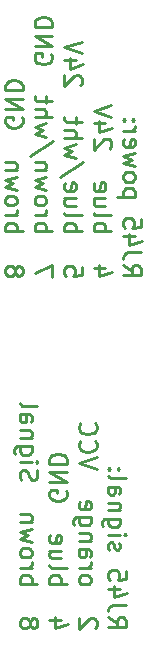
<source format=gbr>
G04 #@! TF.GenerationSoftware,KiCad,Pcbnew,(5.1.2)-2*
G04 #@! TF.CreationDate,2020-11-08T21:10:06-06:00*
G04 #@! TF.ProjectId,TempMonitor10PCB,54656d70-4d6f-46e6-9974-6f7231305043,rev?*
G04 #@! TF.SameCoordinates,Original*
G04 #@! TF.FileFunction,Legend,Bot*
G04 #@! TF.FilePolarity,Positive*
%FSLAX46Y46*%
G04 Gerber Fmt 4.6, Leading zero omitted, Abs format (unit mm)*
G04 Created by KiCad (PCBNEW (5.1.2)-2) date 2020-11-08 21:10:06*
%MOMM*%
%LPD*%
G04 APERTURE LIST*
%ADD10C,0.250000*%
G04 APERTURE END LIST*
D10*
X77702028Y-93568414D02*
X78416314Y-94068414D01*
X77702028Y-94425557D02*
X79202028Y-94425557D01*
X79202028Y-93854128D01*
X79130600Y-93711271D01*
X79059171Y-93639842D01*
X78916314Y-93568414D01*
X78702028Y-93568414D01*
X78559171Y-93639842D01*
X78487742Y-93711271D01*
X78416314Y-93854128D01*
X78416314Y-94425557D01*
X79202028Y-92496985D02*
X78130600Y-92496985D01*
X77916314Y-92568414D01*
X77773457Y-92711271D01*
X77702028Y-92925557D01*
X77702028Y-93068414D01*
X78702028Y-91139842D02*
X77702028Y-91139842D01*
X79273457Y-91496985D02*
X78202028Y-91854128D01*
X78202028Y-90925557D01*
X79202028Y-89639842D02*
X79202028Y-90354128D01*
X78487742Y-90425557D01*
X78559171Y-90354128D01*
X78630600Y-90211271D01*
X78630600Y-89854128D01*
X78559171Y-89711271D01*
X78487742Y-89639842D01*
X78344885Y-89568414D01*
X77987742Y-89568414D01*
X77844885Y-89639842D01*
X77773457Y-89711271D01*
X77702028Y-89854128D01*
X77702028Y-90211271D01*
X77773457Y-90354128D01*
X77844885Y-90425557D01*
X78702028Y-87782700D02*
X77202028Y-87782700D01*
X78630600Y-87782700D02*
X78702028Y-87639842D01*
X78702028Y-87354128D01*
X78630600Y-87211271D01*
X78559171Y-87139842D01*
X78416314Y-87068414D01*
X77987742Y-87068414D01*
X77844885Y-87139842D01*
X77773457Y-87211271D01*
X77702028Y-87354128D01*
X77702028Y-87639842D01*
X77773457Y-87782700D01*
X77702028Y-86211271D02*
X77773457Y-86354128D01*
X77844885Y-86425557D01*
X77987742Y-86496985D01*
X78416314Y-86496985D01*
X78559171Y-86425557D01*
X78630600Y-86354128D01*
X78702028Y-86211271D01*
X78702028Y-85996985D01*
X78630600Y-85854128D01*
X78559171Y-85782700D01*
X78416314Y-85711271D01*
X77987742Y-85711271D01*
X77844885Y-85782700D01*
X77773457Y-85854128D01*
X77702028Y-85996985D01*
X77702028Y-86211271D01*
X78702028Y-85211271D02*
X77702028Y-84925557D01*
X78416314Y-84639842D01*
X77702028Y-84354128D01*
X78702028Y-84068414D01*
X77773457Y-82925557D02*
X77702028Y-83068414D01*
X77702028Y-83354128D01*
X77773457Y-83496985D01*
X77916314Y-83568414D01*
X78487742Y-83568414D01*
X78630600Y-83496985D01*
X78702028Y-83354128D01*
X78702028Y-83068414D01*
X78630600Y-82925557D01*
X78487742Y-82854128D01*
X78344885Y-82854128D01*
X78202028Y-83568414D01*
X77702028Y-82211271D02*
X78702028Y-82211271D01*
X78416314Y-82211271D02*
X78559171Y-82139842D01*
X78630600Y-82068414D01*
X78702028Y-81925557D01*
X78702028Y-81782700D01*
X77844885Y-81282700D02*
X77773457Y-81211271D01*
X77702028Y-81282700D01*
X77773457Y-81354128D01*
X77844885Y-81282700D01*
X77702028Y-81282700D01*
X78630600Y-81282700D02*
X78559171Y-81211271D01*
X78487742Y-81282700D01*
X78559171Y-81354128D01*
X78630600Y-81282700D01*
X78487742Y-81282700D01*
X76202028Y-93782700D02*
X75202028Y-93782700D01*
X76773457Y-94139842D02*
X75702028Y-94496985D01*
X75702028Y-93568414D01*
X75202028Y-90711271D02*
X76702028Y-90711271D01*
X76130600Y-90711271D02*
X76202028Y-90568414D01*
X76202028Y-90282700D01*
X76130600Y-90139842D01*
X76059171Y-90068414D01*
X75916314Y-89996985D01*
X75487742Y-89996985D01*
X75344885Y-90068414D01*
X75273457Y-90139842D01*
X75202028Y-90282700D01*
X75202028Y-90568414D01*
X75273457Y-90711271D01*
X75202028Y-89139842D02*
X75273457Y-89282700D01*
X75416314Y-89354128D01*
X76702028Y-89354128D01*
X76202028Y-87925557D02*
X75202028Y-87925557D01*
X76202028Y-88568414D02*
X75416314Y-88568414D01*
X75273457Y-88496985D01*
X75202028Y-88354128D01*
X75202028Y-88139842D01*
X75273457Y-87996985D01*
X75344885Y-87925557D01*
X75273457Y-86639842D02*
X75202028Y-86782700D01*
X75202028Y-87068414D01*
X75273457Y-87211271D01*
X75416314Y-87282700D01*
X75987742Y-87282700D01*
X76130600Y-87211271D01*
X76202028Y-87068414D01*
X76202028Y-86782700D01*
X76130600Y-86639842D01*
X75987742Y-86568414D01*
X75844885Y-86568414D01*
X75702028Y-87282700D01*
X76559171Y-83711271D02*
X76630600Y-83639842D01*
X76702028Y-83496985D01*
X76702028Y-83139842D01*
X76630600Y-82996985D01*
X76559171Y-82925557D01*
X76416314Y-82854128D01*
X76273457Y-82854128D01*
X76059171Y-82925557D01*
X75202028Y-83782700D01*
X75202028Y-82854128D01*
X76202028Y-81568414D02*
X75202028Y-81568414D01*
X76773457Y-81925557D02*
X75702028Y-82282700D01*
X75702028Y-81354128D01*
X76702028Y-80996985D02*
X75202028Y-80496985D01*
X76702028Y-79996985D01*
X74202028Y-93711271D02*
X74202028Y-94425557D01*
X73487742Y-94496985D01*
X73559171Y-94425557D01*
X73630600Y-94282700D01*
X73630600Y-93925557D01*
X73559171Y-93782700D01*
X73487742Y-93711271D01*
X73344885Y-93639842D01*
X72987742Y-93639842D01*
X72844885Y-93711271D01*
X72773457Y-93782700D01*
X72702028Y-93925557D01*
X72702028Y-94282700D01*
X72773457Y-94425557D01*
X72844885Y-94496985D01*
X72702028Y-90711271D02*
X74202028Y-90711271D01*
X73630600Y-90711271D02*
X73702028Y-90568414D01*
X73702028Y-90282700D01*
X73630600Y-90139842D01*
X73559171Y-90068414D01*
X73416314Y-89996985D01*
X72987742Y-89996985D01*
X72844885Y-90068414D01*
X72773457Y-90139842D01*
X72702028Y-90282700D01*
X72702028Y-90568414D01*
X72773457Y-90711271D01*
X72702028Y-89139842D02*
X72773457Y-89282700D01*
X72916314Y-89354128D01*
X74202028Y-89354128D01*
X73702028Y-87925557D02*
X72702028Y-87925557D01*
X73702028Y-88568414D02*
X72916314Y-88568414D01*
X72773457Y-88496985D01*
X72702028Y-88354128D01*
X72702028Y-88139842D01*
X72773457Y-87996985D01*
X72844885Y-87925557D01*
X72773457Y-86639842D02*
X72702028Y-86782700D01*
X72702028Y-87068414D01*
X72773457Y-87211271D01*
X72916314Y-87282700D01*
X73487742Y-87282700D01*
X73630600Y-87211271D01*
X73702028Y-87068414D01*
X73702028Y-86782700D01*
X73630600Y-86639842D01*
X73487742Y-86568414D01*
X73344885Y-86568414D01*
X73202028Y-87282700D01*
X74273457Y-84854128D02*
X72344885Y-86139842D01*
X73702028Y-84496985D02*
X72702028Y-84211271D01*
X73416314Y-83925557D01*
X72702028Y-83639842D01*
X73702028Y-83354128D01*
X72702028Y-82782700D02*
X74202028Y-82782700D01*
X72702028Y-82139842D02*
X73487742Y-82139842D01*
X73630600Y-82211271D01*
X73702028Y-82354128D01*
X73702028Y-82568414D01*
X73630600Y-82711271D01*
X73559171Y-82782700D01*
X73702028Y-81639842D02*
X73702028Y-81068414D01*
X74202028Y-81425557D02*
X72916314Y-81425557D01*
X72773457Y-81354128D01*
X72702028Y-81211271D01*
X72702028Y-81068414D01*
X74059171Y-78354128D02*
X74130600Y-78282700D01*
X74202028Y-78139842D01*
X74202028Y-77782700D01*
X74130600Y-77639842D01*
X74059171Y-77568414D01*
X73916314Y-77496985D01*
X73773457Y-77496985D01*
X73559171Y-77568414D01*
X72702028Y-78425557D01*
X72702028Y-77496985D01*
X73702028Y-76211271D02*
X72702028Y-76211271D01*
X74273457Y-76568414D02*
X73202028Y-76925557D01*
X73202028Y-75996985D01*
X74202028Y-75639842D02*
X72702028Y-75139842D01*
X74202028Y-74639842D01*
X71702028Y-94568414D02*
X71702028Y-93568414D01*
X70202028Y-94211271D01*
X70202028Y-90711271D02*
X71702028Y-90711271D01*
X71130600Y-90711271D02*
X71202028Y-90568414D01*
X71202028Y-90282700D01*
X71130600Y-90139842D01*
X71059171Y-90068414D01*
X70916314Y-89996985D01*
X70487742Y-89996985D01*
X70344885Y-90068414D01*
X70273457Y-90139842D01*
X70202028Y-90282700D01*
X70202028Y-90568414D01*
X70273457Y-90711271D01*
X70202028Y-89354128D02*
X71202028Y-89354128D01*
X70916314Y-89354128D02*
X71059171Y-89282700D01*
X71130600Y-89211271D01*
X71202028Y-89068414D01*
X71202028Y-88925557D01*
X70202028Y-88211271D02*
X70273457Y-88354128D01*
X70344885Y-88425557D01*
X70487742Y-88496985D01*
X70916314Y-88496985D01*
X71059171Y-88425557D01*
X71130600Y-88354128D01*
X71202028Y-88211271D01*
X71202028Y-87996985D01*
X71130600Y-87854128D01*
X71059171Y-87782700D01*
X70916314Y-87711271D01*
X70487742Y-87711271D01*
X70344885Y-87782700D01*
X70273457Y-87854128D01*
X70202028Y-87996985D01*
X70202028Y-88211271D01*
X71202028Y-87211271D02*
X70202028Y-86925557D01*
X70916314Y-86639842D01*
X70202028Y-86354128D01*
X71202028Y-86068414D01*
X71202028Y-85496985D02*
X70202028Y-85496985D01*
X71059171Y-85496985D02*
X71130600Y-85425557D01*
X71202028Y-85282700D01*
X71202028Y-85068414D01*
X71130600Y-84925557D01*
X70987742Y-84854128D01*
X70202028Y-84854128D01*
X71773457Y-83068414D02*
X69844885Y-84354128D01*
X71202028Y-82711271D02*
X70202028Y-82425557D01*
X70916314Y-82139842D01*
X70202028Y-81854128D01*
X71202028Y-81568414D01*
X70202028Y-80996985D02*
X71702028Y-80996985D01*
X70202028Y-80354128D02*
X70987742Y-80354128D01*
X71130600Y-80425557D01*
X71202028Y-80568414D01*
X71202028Y-80782700D01*
X71130600Y-80925557D01*
X71059171Y-80996985D01*
X71202028Y-79854128D02*
X71202028Y-79282700D01*
X71702028Y-79639842D02*
X70416314Y-79639842D01*
X70273457Y-79568414D01*
X70202028Y-79425557D01*
X70202028Y-79282700D01*
X71630600Y-75711271D02*
X71702028Y-75854128D01*
X71702028Y-76068414D01*
X71630600Y-76282700D01*
X71487742Y-76425557D01*
X71344885Y-76496985D01*
X71059171Y-76568414D01*
X70844885Y-76568414D01*
X70559171Y-76496985D01*
X70416314Y-76425557D01*
X70273457Y-76282700D01*
X70202028Y-76068414D01*
X70202028Y-75925557D01*
X70273457Y-75711271D01*
X70344885Y-75639842D01*
X70844885Y-75639842D01*
X70844885Y-75925557D01*
X70202028Y-74996985D02*
X71702028Y-74996985D01*
X70202028Y-74139842D01*
X71702028Y-74139842D01*
X70202028Y-73425557D02*
X71702028Y-73425557D01*
X71702028Y-73068414D01*
X71630600Y-72854128D01*
X71487742Y-72711271D01*
X71344885Y-72639842D01*
X71059171Y-72568414D01*
X70844885Y-72568414D01*
X70559171Y-72639842D01*
X70416314Y-72711271D01*
X70273457Y-72854128D01*
X70202028Y-73068414D01*
X70202028Y-73425557D01*
X68559171Y-94211271D02*
X68630600Y-94354128D01*
X68702028Y-94425557D01*
X68844885Y-94496985D01*
X68916314Y-94496985D01*
X69059171Y-94425557D01*
X69130600Y-94354128D01*
X69202028Y-94211271D01*
X69202028Y-93925557D01*
X69130600Y-93782700D01*
X69059171Y-93711271D01*
X68916314Y-93639842D01*
X68844885Y-93639842D01*
X68702028Y-93711271D01*
X68630600Y-93782700D01*
X68559171Y-93925557D01*
X68559171Y-94211271D01*
X68487742Y-94354128D01*
X68416314Y-94425557D01*
X68273457Y-94496985D01*
X67987742Y-94496985D01*
X67844885Y-94425557D01*
X67773457Y-94354128D01*
X67702028Y-94211271D01*
X67702028Y-93925557D01*
X67773457Y-93782700D01*
X67844885Y-93711271D01*
X67987742Y-93639842D01*
X68273457Y-93639842D01*
X68416314Y-93711271D01*
X68487742Y-93782700D01*
X68559171Y-93925557D01*
X67702028Y-90711271D02*
X69202028Y-90711271D01*
X68630600Y-90711271D02*
X68702028Y-90568414D01*
X68702028Y-90282700D01*
X68630600Y-90139842D01*
X68559171Y-90068414D01*
X68416314Y-89996985D01*
X67987742Y-89996985D01*
X67844885Y-90068414D01*
X67773457Y-90139842D01*
X67702028Y-90282700D01*
X67702028Y-90568414D01*
X67773457Y-90711271D01*
X67702028Y-89354128D02*
X68702028Y-89354128D01*
X68416314Y-89354128D02*
X68559171Y-89282700D01*
X68630600Y-89211271D01*
X68702028Y-89068414D01*
X68702028Y-88925557D01*
X67702028Y-88211271D02*
X67773457Y-88354128D01*
X67844885Y-88425557D01*
X67987742Y-88496985D01*
X68416314Y-88496985D01*
X68559171Y-88425557D01*
X68630600Y-88354128D01*
X68702028Y-88211271D01*
X68702028Y-87996985D01*
X68630600Y-87854128D01*
X68559171Y-87782700D01*
X68416314Y-87711271D01*
X67987742Y-87711271D01*
X67844885Y-87782700D01*
X67773457Y-87854128D01*
X67702028Y-87996985D01*
X67702028Y-88211271D01*
X68702028Y-87211271D02*
X67702028Y-86925557D01*
X68416314Y-86639842D01*
X67702028Y-86354128D01*
X68702028Y-86068414D01*
X68702028Y-85496985D02*
X67702028Y-85496985D01*
X68559171Y-85496985D02*
X68630600Y-85425557D01*
X68702028Y-85282700D01*
X68702028Y-85068414D01*
X68630600Y-84925557D01*
X68487742Y-84854128D01*
X67702028Y-84854128D01*
X69130600Y-81068414D02*
X69202028Y-81211271D01*
X69202028Y-81425557D01*
X69130600Y-81639842D01*
X68987742Y-81782700D01*
X68844885Y-81854128D01*
X68559171Y-81925557D01*
X68344885Y-81925557D01*
X68059171Y-81854128D01*
X67916314Y-81782700D01*
X67773457Y-81639842D01*
X67702028Y-81425557D01*
X67702028Y-81282700D01*
X67773457Y-81068414D01*
X67844885Y-80996985D01*
X68344885Y-80996985D01*
X68344885Y-81282700D01*
X67702028Y-80354128D02*
X69202028Y-80354128D01*
X67702028Y-79496985D01*
X69202028Y-79496985D01*
X67702028Y-78782700D02*
X69202028Y-78782700D01*
X69202028Y-78425557D01*
X69130600Y-78211271D01*
X68987742Y-78068414D01*
X68844885Y-77996985D01*
X68559171Y-77925557D01*
X68344885Y-77925557D01*
X68059171Y-77996985D01*
X67916314Y-78068414D01*
X67773457Y-78211271D01*
X67702028Y-78425557D01*
X67702028Y-78782700D01*
X76452028Y-123388014D02*
X77166314Y-123888014D01*
X76452028Y-124245157D02*
X77952028Y-124245157D01*
X77952028Y-123673728D01*
X77880600Y-123530871D01*
X77809171Y-123459442D01*
X77666314Y-123388014D01*
X77452028Y-123388014D01*
X77309171Y-123459442D01*
X77237742Y-123530871D01*
X77166314Y-123673728D01*
X77166314Y-124245157D01*
X77952028Y-122316585D02*
X76880600Y-122316585D01*
X76666314Y-122388014D01*
X76523457Y-122530871D01*
X76452028Y-122745157D01*
X76452028Y-122888014D01*
X77452028Y-120959442D02*
X76452028Y-120959442D01*
X78023457Y-121316585D02*
X76952028Y-121673728D01*
X76952028Y-120745157D01*
X77952028Y-119459442D02*
X77952028Y-120173728D01*
X77237742Y-120245157D01*
X77309171Y-120173728D01*
X77380600Y-120030871D01*
X77380600Y-119673728D01*
X77309171Y-119530871D01*
X77237742Y-119459442D01*
X77094885Y-119388014D01*
X76737742Y-119388014D01*
X76594885Y-119459442D01*
X76523457Y-119530871D01*
X76452028Y-119673728D01*
X76452028Y-120030871D01*
X76523457Y-120173728D01*
X76594885Y-120245157D01*
X76523457Y-117673728D02*
X76452028Y-117530871D01*
X76452028Y-117245157D01*
X76523457Y-117102300D01*
X76666314Y-117030871D01*
X76737742Y-117030871D01*
X76880600Y-117102300D01*
X76952028Y-117245157D01*
X76952028Y-117459442D01*
X77023457Y-117602300D01*
X77166314Y-117673728D01*
X77237742Y-117673728D01*
X77380600Y-117602300D01*
X77452028Y-117459442D01*
X77452028Y-117245157D01*
X77380600Y-117102300D01*
X76452028Y-116388014D02*
X77452028Y-116388014D01*
X77952028Y-116388014D02*
X77880600Y-116459442D01*
X77809171Y-116388014D01*
X77880600Y-116316585D01*
X77952028Y-116388014D01*
X77809171Y-116388014D01*
X77452028Y-115030871D02*
X76237742Y-115030871D01*
X76094885Y-115102300D01*
X76023457Y-115173728D01*
X75952028Y-115316585D01*
X75952028Y-115530871D01*
X76023457Y-115673728D01*
X76523457Y-115030871D02*
X76452028Y-115173728D01*
X76452028Y-115459442D01*
X76523457Y-115602300D01*
X76594885Y-115673728D01*
X76737742Y-115745157D01*
X77166314Y-115745157D01*
X77309171Y-115673728D01*
X77380600Y-115602300D01*
X77452028Y-115459442D01*
X77452028Y-115173728D01*
X77380600Y-115030871D01*
X77452028Y-114316585D02*
X76452028Y-114316585D01*
X77309171Y-114316585D02*
X77380600Y-114245157D01*
X77452028Y-114102300D01*
X77452028Y-113888014D01*
X77380600Y-113745157D01*
X77237742Y-113673728D01*
X76452028Y-113673728D01*
X76452028Y-112316585D02*
X77237742Y-112316585D01*
X77380600Y-112388014D01*
X77452028Y-112530871D01*
X77452028Y-112816585D01*
X77380600Y-112959442D01*
X76523457Y-112316585D02*
X76452028Y-112459442D01*
X76452028Y-112816585D01*
X76523457Y-112959442D01*
X76666314Y-113030871D01*
X76809171Y-113030871D01*
X76952028Y-112959442D01*
X77023457Y-112816585D01*
X77023457Y-112459442D01*
X77094885Y-112316585D01*
X76452028Y-111388014D02*
X76523457Y-111530871D01*
X76666314Y-111602300D01*
X77952028Y-111602300D01*
X76594885Y-110816585D02*
X76523457Y-110745157D01*
X76452028Y-110816585D01*
X76523457Y-110888014D01*
X76594885Y-110816585D01*
X76452028Y-110816585D01*
X77380600Y-110816585D02*
X77309171Y-110745157D01*
X77237742Y-110816585D01*
X77309171Y-110888014D01*
X77380600Y-110816585D01*
X77237742Y-110816585D01*
X75309171Y-124316585D02*
X75380600Y-124245157D01*
X75452028Y-124102300D01*
X75452028Y-123745157D01*
X75380600Y-123602300D01*
X75309171Y-123530871D01*
X75166314Y-123459442D01*
X75023457Y-123459442D01*
X74809171Y-123530871D01*
X73952028Y-124388014D01*
X73952028Y-123459442D01*
X73952028Y-120316585D02*
X74023457Y-120459442D01*
X74094885Y-120530871D01*
X74237742Y-120602300D01*
X74666314Y-120602300D01*
X74809171Y-120530871D01*
X74880600Y-120459442D01*
X74952028Y-120316585D01*
X74952028Y-120102300D01*
X74880600Y-119959442D01*
X74809171Y-119888014D01*
X74666314Y-119816585D01*
X74237742Y-119816585D01*
X74094885Y-119888014D01*
X74023457Y-119959442D01*
X73952028Y-120102300D01*
X73952028Y-120316585D01*
X73952028Y-119173728D02*
X74952028Y-119173728D01*
X74666314Y-119173728D02*
X74809171Y-119102300D01*
X74880600Y-119030871D01*
X74952028Y-118888014D01*
X74952028Y-118745157D01*
X73952028Y-117602300D02*
X74737742Y-117602300D01*
X74880600Y-117673728D01*
X74952028Y-117816585D01*
X74952028Y-118102300D01*
X74880600Y-118245157D01*
X74023457Y-117602300D02*
X73952028Y-117745157D01*
X73952028Y-118102300D01*
X74023457Y-118245157D01*
X74166314Y-118316585D01*
X74309171Y-118316585D01*
X74452028Y-118245157D01*
X74523457Y-118102300D01*
X74523457Y-117745157D01*
X74594885Y-117602300D01*
X74952028Y-116888014D02*
X73952028Y-116888014D01*
X74809171Y-116888014D02*
X74880600Y-116816585D01*
X74952028Y-116673728D01*
X74952028Y-116459442D01*
X74880600Y-116316585D01*
X74737742Y-116245157D01*
X73952028Y-116245157D01*
X74952028Y-114888014D02*
X73737742Y-114888014D01*
X73594885Y-114959442D01*
X73523457Y-115030871D01*
X73452028Y-115173728D01*
X73452028Y-115388014D01*
X73523457Y-115530871D01*
X74023457Y-114888014D02*
X73952028Y-115030871D01*
X73952028Y-115316585D01*
X74023457Y-115459442D01*
X74094885Y-115530871D01*
X74237742Y-115602300D01*
X74666314Y-115602300D01*
X74809171Y-115530871D01*
X74880600Y-115459442D01*
X74952028Y-115316585D01*
X74952028Y-115030871D01*
X74880600Y-114888014D01*
X74023457Y-113602300D02*
X73952028Y-113745157D01*
X73952028Y-114030871D01*
X74023457Y-114173728D01*
X74166314Y-114245157D01*
X74737742Y-114245157D01*
X74880600Y-114173728D01*
X74952028Y-114030871D01*
X74952028Y-113745157D01*
X74880600Y-113602300D01*
X74737742Y-113530871D01*
X74594885Y-113530871D01*
X74452028Y-114245157D01*
X75452028Y-110816585D02*
X73952028Y-110316585D01*
X75452028Y-109816585D01*
X74094885Y-108459442D02*
X74023457Y-108530871D01*
X73952028Y-108745157D01*
X73952028Y-108888014D01*
X74023457Y-109102300D01*
X74166314Y-109245157D01*
X74309171Y-109316585D01*
X74594885Y-109388014D01*
X74809171Y-109388014D01*
X75094885Y-109316585D01*
X75237742Y-109245157D01*
X75380600Y-109102300D01*
X75452028Y-108888014D01*
X75452028Y-108745157D01*
X75380600Y-108530871D01*
X75309171Y-108459442D01*
X74094885Y-106959442D02*
X74023457Y-107030871D01*
X73952028Y-107245157D01*
X73952028Y-107388014D01*
X74023457Y-107602300D01*
X74166314Y-107745157D01*
X74309171Y-107816585D01*
X74594885Y-107888014D01*
X74809171Y-107888014D01*
X75094885Y-107816585D01*
X75237742Y-107745157D01*
X75380600Y-107602300D01*
X75452028Y-107388014D01*
X75452028Y-107245157D01*
X75380600Y-107030871D01*
X75309171Y-106959442D01*
X72452028Y-123602300D02*
X71452028Y-123602300D01*
X73023457Y-123959442D02*
X71952028Y-124316585D01*
X71952028Y-123388014D01*
X71452028Y-120530871D02*
X72952028Y-120530871D01*
X72380600Y-120530871D02*
X72452028Y-120388014D01*
X72452028Y-120102300D01*
X72380600Y-119959442D01*
X72309171Y-119888014D01*
X72166314Y-119816585D01*
X71737742Y-119816585D01*
X71594885Y-119888014D01*
X71523457Y-119959442D01*
X71452028Y-120102300D01*
X71452028Y-120388014D01*
X71523457Y-120530871D01*
X71452028Y-118959442D02*
X71523457Y-119102300D01*
X71666314Y-119173728D01*
X72952028Y-119173728D01*
X72452028Y-117745157D02*
X71452028Y-117745157D01*
X72452028Y-118388014D02*
X71666314Y-118388014D01*
X71523457Y-118316585D01*
X71452028Y-118173728D01*
X71452028Y-117959442D01*
X71523457Y-117816585D01*
X71594885Y-117745157D01*
X71523457Y-116459442D02*
X71452028Y-116602300D01*
X71452028Y-116888014D01*
X71523457Y-117030871D01*
X71666314Y-117102300D01*
X72237742Y-117102300D01*
X72380600Y-117030871D01*
X72452028Y-116888014D01*
X72452028Y-116602300D01*
X72380600Y-116459442D01*
X72237742Y-116388014D01*
X72094885Y-116388014D01*
X71952028Y-117102300D01*
X72880600Y-112673728D02*
X72952028Y-112816585D01*
X72952028Y-113030871D01*
X72880600Y-113245157D01*
X72737742Y-113388014D01*
X72594885Y-113459442D01*
X72309171Y-113530871D01*
X72094885Y-113530871D01*
X71809171Y-113459442D01*
X71666314Y-113388014D01*
X71523457Y-113245157D01*
X71452028Y-113030871D01*
X71452028Y-112888014D01*
X71523457Y-112673728D01*
X71594885Y-112602300D01*
X72094885Y-112602300D01*
X72094885Y-112888014D01*
X71452028Y-111959442D02*
X72952028Y-111959442D01*
X71452028Y-111102300D01*
X72952028Y-111102300D01*
X71452028Y-110388014D02*
X72952028Y-110388014D01*
X72952028Y-110030871D01*
X72880600Y-109816585D01*
X72737742Y-109673728D01*
X72594885Y-109602300D01*
X72309171Y-109530871D01*
X72094885Y-109530871D01*
X71809171Y-109602300D01*
X71666314Y-109673728D01*
X71523457Y-109816585D01*
X71452028Y-110030871D01*
X71452028Y-110388014D01*
X69809171Y-124030871D02*
X69880600Y-124173728D01*
X69952028Y-124245157D01*
X70094885Y-124316585D01*
X70166314Y-124316585D01*
X70309171Y-124245157D01*
X70380600Y-124173728D01*
X70452028Y-124030871D01*
X70452028Y-123745157D01*
X70380600Y-123602300D01*
X70309171Y-123530871D01*
X70166314Y-123459442D01*
X70094885Y-123459442D01*
X69952028Y-123530871D01*
X69880600Y-123602300D01*
X69809171Y-123745157D01*
X69809171Y-124030871D01*
X69737742Y-124173728D01*
X69666314Y-124245157D01*
X69523457Y-124316585D01*
X69237742Y-124316585D01*
X69094885Y-124245157D01*
X69023457Y-124173728D01*
X68952028Y-124030871D01*
X68952028Y-123745157D01*
X69023457Y-123602300D01*
X69094885Y-123530871D01*
X69237742Y-123459442D01*
X69523457Y-123459442D01*
X69666314Y-123530871D01*
X69737742Y-123602300D01*
X69809171Y-123745157D01*
X68952028Y-120530871D02*
X70452028Y-120530871D01*
X69880600Y-120530871D02*
X69952028Y-120388014D01*
X69952028Y-120102300D01*
X69880600Y-119959442D01*
X69809171Y-119888014D01*
X69666314Y-119816585D01*
X69237742Y-119816585D01*
X69094885Y-119888014D01*
X69023457Y-119959442D01*
X68952028Y-120102300D01*
X68952028Y-120388014D01*
X69023457Y-120530871D01*
X68952028Y-119173728D02*
X69952028Y-119173728D01*
X69666314Y-119173728D02*
X69809171Y-119102300D01*
X69880600Y-119030871D01*
X69952028Y-118888014D01*
X69952028Y-118745157D01*
X68952028Y-118030871D02*
X69023457Y-118173728D01*
X69094885Y-118245157D01*
X69237742Y-118316585D01*
X69666314Y-118316585D01*
X69809171Y-118245157D01*
X69880600Y-118173728D01*
X69952028Y-118030871D01*
X69952028Y-117816585D01*
X69880600Y-117673728D01*
X69809171Y-117602300D01*
X69666314Y-117530871D01*
X69237742Y-117530871D01*
X69094885Y-117602300D01*
X69023457Y-117673728D01*
X68952028Y-117816585D01*
X68952028Y-118030871D01*
X69952028Y-117030871D02*
X68952028Y-116745157D01*
X69666314Y-116459442D01*
X68952028Y-116173728D01*
X69952028Y-115888014D01*
X69952028Y-115316585D02*
X68952028Y-115316585D01*
X69809171Y-115316585D02*
X69880600Y-115245157D01*
X69952028Y-115102300D01*
X69952028Y-114888014D01*
X69880600Y-114745157D01*
X69737742Y-114673728D01*
X68952028Y-114673728D01*
X69023457Y-111745157D02*
X68952028Y-111530871D01*
X68952028Y-111173728D01*
X69023457Y-111030871D01*
X69094885Y-110959442D01*
X69237742Y-110888014D01*
X69380600Y-110888014D01*
X69523457Y-110959442D01*
X69594885Y-111030871D01*
X69666314Y-111173728D01*
X69737742Y-111459442D01*
X69809171Y-111602300D01*
X69880600Y-111673728D01*
X70023457Y-111745157D01*
X70166314Y-111745157D01*
X70309171Y-111673728D01*
X70380600Y-111602300D01*
X70452028Y-111459442D01*
X70452028Y-111102300D01*
X70380600Y-110888014D01*
X68952028Y-110245157D02*
X69952028Y-110245157D01*
X70452028Y-110245157D02*
X70380600Y-110316585D01*
X70309171Y-110245157D01*
X70380600Y-110173728D01*
X70452028Y-110245157D01*
X70309171Y-110245157D01*
X69952028Y-108888014D02*
X68737742Y-108888014D01*
X68594885Y-108959442D01*
X68523457Y-109030871D01*
X68452028Y-109173728D01*
X68452028Y-109388014D01*
X68523457Y-109530871D01*
X69023457Y-108888014D02*
X68952028Y-109030871D01*
X68952028Y-109316585D01*
X69023457Y-109459442D01*
X69094885Y-109530871D01*
X69237742Y-109602300D01*
X69666314Y-109602300D01*
X69809171Y-109530871D01*
X69880600Y-109459442D01*
X69952028Y-109316585D01*
X69952028Y-109030871D01*
X69880600Y-108888014D01*
X69952028Y-108173728D02*
X68952028Y-108173728D01*
X69809171Y-108173728D02*
X69880600Y-108102300D01*
X69952028Y-107959442D01*
X69952028Y-107745157D01*
X69880600Y-107602300D01*
X69737742Y-107530871D01*
X68952028Y-107530871D01*
X68952028Y-106173728D02*
X69737742Y-106173728D01*
X69880600Y-106245157D01*
X69952028Y-106388014D01*
X69952028Y-106673728D01*
X69880600Y-106816585D01*
X69023457Y-106173728D02*
X68952028Y-106316585D01*
X68952028Y-106673728D01*
X69023457Y-106816585D01*
X69166314Y-106888014D01*
X69309171Y-106888014D01*
X69452028Y-106816585D01*
X69523457Y-106673728D01*
X69523457Y-106316585D01*
X69594885Y-106173728D01*
X68952028Y-105245157D02*
X69023457Y-105388014D01*
X69166314Y-105459442D01*
X70452028Y-105459442D01*
M02*

</source>
